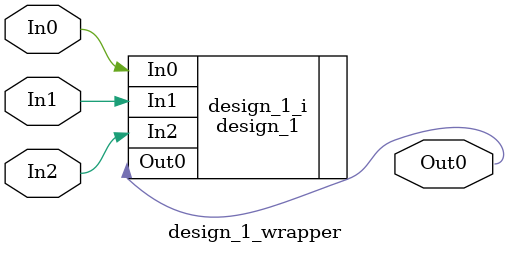
<source format=v>
`timescale 1 ps / 1 ps

module design_1_wrapper
   (In0,
    In1,
    In2,
    Out0);
  input [0:0]In0;
  input [0:0]In1;
  input [0:0]In2;
  output [0:0]Out0;

  wire [0:0]In0;
  wire [0:0]In1;
  wire [0:0]In2;
  wire [0:0]Out0;

  design_1 design_1_i
       (.In0(In0),
        .In1(In1),
        .In2(In2),
        .Out0(Out0));
endmodule

</source>
